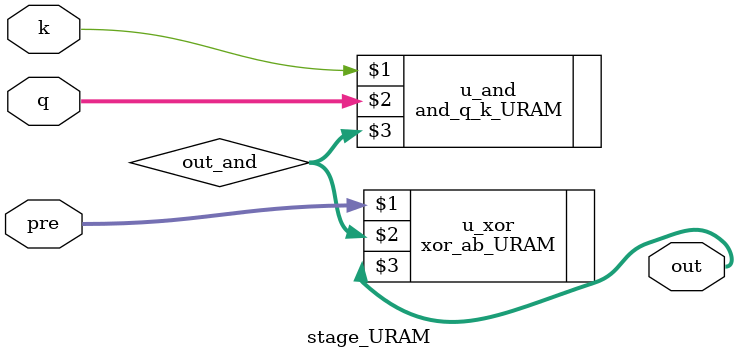
<source format=v>
module stage_URAM #(parameter INDEX_WIDTH = 12) (input k, input [INDEX_WIDTH-1:0] q, input [INDEX_WIDTH-1:0] pre, output [INDEX_WIDTH-1:0] out);
	
	
//------------------output of and ------------------------------------//
	wire [INDEX_WIDTH-1:0] out_and;



//------------------u_module---------------------------------------------//
	and_q_k_URAM #(INDEX_WIDTH)  u_and (k, q, out_and);
	xor_ab_URAM #(INDEX_WIDTH) u_xor (pre, out_and, out);
	
endmodule 

</source>
